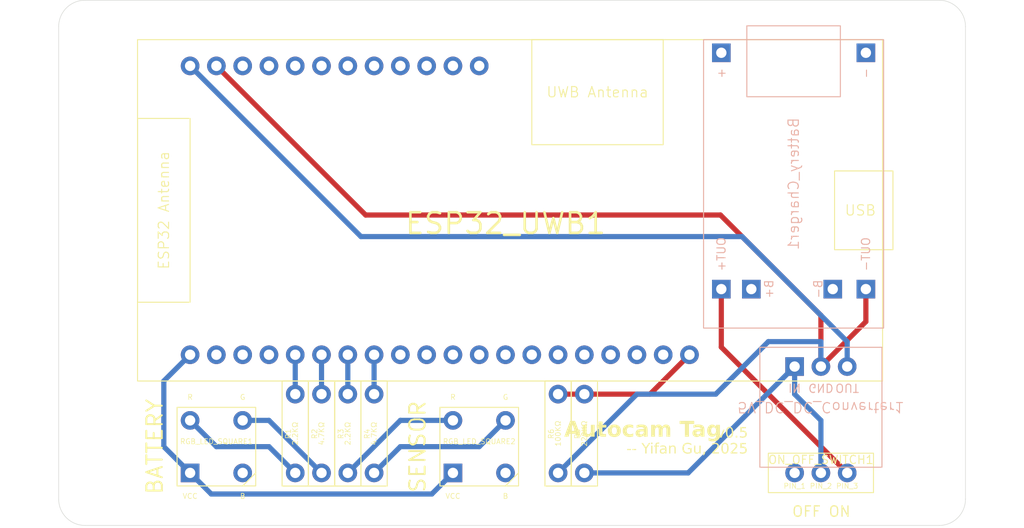
<source format=kicad_pcb>
(kicad_pcb (version 20241229) (generator "pcbnew") (generator_version "9.0")
  (title_block (title "Autocam Tag") (date "2025-03-27") (rev "v0.5"))
  (layers (0 "F.Cu" signal) (2 "B.Cu" signal) (13 "F.Paste" user) (15 "B.Paste" user) (5 "F.SilkS" user "F.Silkscreen") (7 "B.SilkS" user "B.Silkscreen") (1 "F.Mask" user) (3 "B.Mask" user) (25 "Edge.Cuts" user))
  (net 0 "")
  (net 4 "Net-(ESP32_UWB1-3V3)")
  (net 11 "Net-(ESP32_UWB1-IO12)")
  (net 12 "Net-(ESP32_UWB1-IO14)")
  (net 14 "Net-(ESP32_UWB1-IO13)")
  (net 32 "Net-(Battery_Charger1-OUT+)")
  (net 33 "Net-(5V_DC_DC_Converter1-GND)")
  (net 34 "Net-(5V_DC_DC_Converter1-OUT)")
  (net 35 "Net-(5V_DC_DC_Converter1-IN)")
  (net 36 "Net-(ESP32_UWB1-IO2)")
  (net 38 "Net-(ESP32_UWB1-IO39)")
  (net 40 "Net-(RGB_LED_SQUARE1-R)")
  (net 41 "Net-(RGB_LED_SQUARE1-G)")
  (net 42 "Net-(RGB_LED_SQUARE2-R)")
  (net 43 "Net-(RGB_LED_SQUARE2-G)")
  (footprint "Autocam:Makersfab ESP32 UWB" (layer "F.Cu") (at 110.49 81.28)
    (property "Reference" "ESP32_UWB1" (at 35.56 17.78 0) (layer "F.SilkS") (effects (font (size 2 2) (thickness 0.25))))
    (property "Value" "~" (hide yes))
    (fp_rect (start 0 0) (end 72 33.02) (stroke (width 0.1)) (fill no) (layer "F.SilkS"))
    (fp_rect (start 0 7.62) (end 5.08 25.4) (stroke (width 0.1)) (fill no) (layer "F.SilkS"))
    (fp_rect (start 38.1 0) (end 50.8 10.16) (stroke (width 0.1)) (fill no) (layer "F.SilkS"))
    (fp_rect (start 67.36 12.7) (end 73 20.32) (stroke (width 0.1)) (fill no) (layer "F.SilkS"))
    (fp_text user "ESP32 Antenna" (at 2.54 16.51 90) (layer "F.SilkS") (effects (font (thickness 0.1))))
    (fp_text user "UWB Antenna" (at 44.45 5.08 0) (layer "F.SilkS") (effects (font (thickness 0.1))))
    (fp_text user "USB" (at 69.85 16.51 0) (layer "F.SilkS") (effects (font (thickness 0.1))))
    (pad "1" thru_hole circle (at 5.08 30.48) (size 1.8 1.8) (drill 1) (layers "*.Cu" "*.Mask") (net 4 "Net-(ESP32_UWB1-3V3)"))
    (pad "2" thru_hole circle (at 7.62 30.48) (size 1.8 1.8) (drill 1) (layers "*.Cu" "*.Mask"))
    (pad "3" thru_hole circle (at 10.16 30.48) (size 1.8 1.8) (drill 1) (layers "*.Cu" "*.Mask"))
    (pad "4" thru_hole circle (at 12.7 30.48) (size 1.8 1.8) (drill 1) (layers "*.Cu" "*.Mask"))
    (pad "5" thru_hole circle (at 15.24 30.48) (size 1.8 1.8) (drill 1) (layers "*.Cu" "*.Mask") (net 36 "Net-(ESP32_UWB1-IO2)"))
    (pad "6" thru_hole circle (at 17.78 30.48) (size 1.8 1.8) (drill 1) (layers "*.Cu" "*.Mask") (net 11 "Net-(ESP32_UWB1-IO12)"))
    (pad "7" thru_hole circle (at 20.32 30.48) (size 1.8 1.8) (drill 1) (layers "*.Cu" "*.Mask") (net 14 "Net-(ESP32_UWB1-IO13)"))
    (pad "8" thru_hole circle (at 22.86 30.48) (size 1.8 1.8) (drill 1) (layers "*.Cu" "*.Mask") (net 12 "Net-(ESP32_UWB1-IO14)"))
    (pad "9" thru_hole circle (at 25.4 30.48) (size 1.8 1.8) (drill 1) (layers "*.Cu" "*.Mask"))
    (pad "10" thru_hole circle (at 27.94 30.48) (size 1.8 1.8) (drill 1) (layers "*.Cu" "*.Mask"))
    (pad "11" thru_hole circle (at 30.48 30.48) (size 1.8 1.8) (drill 1) (layers "*.Cu" "*.Mask"))
    (pad "12" thru_hole circle (at 33.02 30.48) (size 1.8 1.8) (drill 1) (layers "*.Cu" "*.Mask"))
    (pad "13" thru_hole circle (at 35.56 30.48) (size 1.8 1.8) (drill 1) (layers "*.Cu" "*.Mask"))
    (pad "14" thru_hole circle (at 38.1 30.48) (size 1.8 1.8) (drill 1) (layers "*.Cu" "*.Mask"))
    (pad "15" thru_hole circle (at 40.64 30.48) (size 1.8 1.8) (drill 1) (layers "*.Cu" "*.Mask"))
    (pad "16" thru_hole circle (at 43.18 30.48) (size 1.8 1.8) (drill 1) (layers "*.Cu" "*.Mask"))
    (pad "17" thru_hole circle (at 45.72 30.48) (size 1.8 1.8) (drill 1) (layers "*.Cu" "*.Mask"))
    (pad "18" thru_hole circle (at 48.26 30.48) (size 1.8 1.8) (drill 1) (layers "*.Cu" "*.Mask"))
    (pad "19" thru_hole circle (at 50.8 30.48) (size 1.8 1.8) (drill 1) (layers "*.Cu" "*.Mask"))
    (pad "20" thru_hole circle (at 53.34 30.48) (size 1.8 1.8) (drill 1) (layers "*.Cu" "*.Mask") (net 38 "Net-(ESP32_UWB1-IO39)"))
    (pad "21" thru_hole circle (at 5.08 2.54) (size 1.8 1.8) (drill 1) (layers "*.Cu" "*.Mask") (net 34 "Net-(5V_DC_DC_Converter1-OUT)"))
    (pad "22" thru_hole circle (at 7.62 2.54) (size 1.8 1.8) (drill 1) (layers "*.Cu" "*.Mask") (net 33 "Net-(5V_DC_DC_Converter1-GND)"))
    (pad "23" thru_hole circle (at 10.16 2.54) (size 1.8 1.8) (drill 1) (layers "*.Cu" "*.Mask"))
    (pad "24" thru_hole circle (at 12.7 2.54) (size 1.8 1.8) (drill 1) (layers "*.Cu" "*.Mask"))
    (pad "25" thru_hole circle (at 15.24 2.54) (size 1.8 1.8) (drill 1) (layers "*.Cu" "*.Mask"))
    (pad "26" thru_hole circle (at 17.78 2.54) (size 1.8 1.8) (drill 1) (layers "*.Cu" "*.Mask"))
    (pad "27" thru_hole circle (at 20.32 2.54) (size 1.8 1.8) (drill 1) (layers "*.Cu" "*.Mask"))
    (pad "28" thru_hole circle (at 22.86 2.54) (size 1.8 1.8) (drill 1) (layers "*.Cu" "*.Mask"))
    (pad "29" thru_hole circle (at 25.4 2.54) (size 1.8 1.8) (drill 1) (layers "*.Cu" "*.Mask"))
    (pad "30" thru_hole circle (at 27.94 2.54) (size 1.8 1.8) (drill 1) (layers "*.Cu" "*.Mask"))
    (pad "31" thru_hole circle (at 30.48 2.54) (size 1.8 1.8) (drill 1) (layers "*.Cu" "*.Mask"))
    (pad "32" thru_hole circle (at 33.02 2.54) (size 1.8 1.8) (drill 1) (layers "*.Cu" "*.Mask"))
  )
  (footprint "Autocam:Simple Resistor" (layer "F.Cu") (at 125.73 123.19 90)
    (property "Reference" "R1" (at 3.774036 -0.672769 90) (layer "F.SilkS") (effects (font (size 0.5 0.5) (thickness 0.0625))))
    (property "Value" "2.2KΩ" (at 3.81 0 90) (layer "F.SilkS") (effects (font (size 0.5 0.5) (thickness 0.0625))))
    (fp_rect (start -1.27 -1.27) (end 8.89 1.27) (stroke (width 0.1)) (fill no) (layer "F.SilkS"))
    (pad "1" thru_hole circle (at 0 0 90) (size 1.8 1.8) (drill 1) (layers "*.Cu" "*.Mask") (net 40 "Net-(RGB_LED_SQUARE1-R)"))
    (pad "2" thru_hole circle (at 7.62 0 90) (size 1.8 1.8) (drill 1) (layers "*.Cu" "*.Mask") (net 36 "Net-(ESP32_UWB1-IO2)"))
  )
  (footprint "MountingHole:MountingHole_2.2mm_M2" (layer "F.Cu") (at 186.69 124.46)
    (property "Reference" "REF**" (hide yes))
    (property "Value" "MountingHole_2.2mm_M2")
    (pad "" np_thru_hole circle (at 0 0) (size 2.2 2.2) (drill 2.2) (layers "*.Cu" "*.Mask"))
  )
  (footprint "Autocam:Simple Resistor" (layer "F.Cu") (at 128.27 123.19 90)
    (property "Reference" "R2" (at 3.774036 -0.672769 90) (layer "F.SilkS") (effects (font (size 0.5 0.5) (thickness 0.0625))))
    (property "Value" "4.7KΩ" (at 3.81 0 90) (layer "F.SilkS") (effects (font (size 0.5 0.5) (thickness 0.0625))))
    (fp_rect (start -1.27 -1.27) (end 8.89 1.27) (stroke (width 0.1)) (fill no) (layer "F.SilkS"))
    (pad "1" thru_hole circle (at 0 0 90) (size 1.8 1.8) (drill 1) (layers "*.Cu" "*.Mask") (net 41 "Net-(RGB_LED_SQUARE1-G)"))
    (pad "2" thru_hole circle (at 7.62 0 90) (size 1.8 1.8) (drill 1) (layers "*.Cu" "*.Mask") (net 11 "Net-(ESP32_UWB1-IO12)"))
  )
  (footprint "Autocam:Simple Resistor" (layer "F.Cu") (at 133.35 123.19 90)
    (property "Reference" "R4" (at 3.774036 -0.672769 90) (layer "F.SilkS") (effects (font (size 0.5 0.5) (thickness 0.0625))))
    (property "Value" "4.7KΩ" (at 3.81 0 90) (layer "F.SilkS") (effects (font (size 0.5 0.5) (thickness 0.0625))))
    (fp_rect (start -1.27 -1.27) (end 8.89 1.27) (stroke (width 0.1)) (fill no) (layer "F.SilkS"))
    (pad "1" thru_hole circle (at 0 0 90) (size 1.8 1.8) (drill 1) (layers "*.Cu" "*.Mask") (net 43 "Net-(RGB_LED_SQUARE2-G)"))
    (pad "2" thru_hole circle (at 7.62 0 90) (size 1.8 1.8) (drill 1) (layers "*.Cu" "*.Mask") (net 12 "Net-(ESP32_UWB1-IO14)"))
  )
  (footprint "Autocam:Simple Resistor" (layer "F.Cu") (at 130.81 123.19 90)
    (property "Reference" "R3" (at 3.774036 -0.672769 90) (layer "F.SilkS") (effects (font (size 0.5 0.5) (thickness 0.0625))))
    (property "Value" "2.2KΩ" (at 3.81 0 90) (layer "F.SilkS") (effects (font (size 0.5 0.5) (thickness 0.0625))))
    (fp_rect (start -1.27 -1.27) (end 8.89 1.27) (stroke (width 0.1)) (fill no) (layer "F.SilkS"))
    (pad "1" thru_hole circle (at 0 0 90) (size 1.8 1.8) (drill 1) (layers "*.Cu" "*.Mask") (net 42 "Net-(RGB_LED_SQUARE2-R)"))
    (pad "2" thru_hole circle (at 7.62 0 90) (size 1.8 1.8) (drill 1) (layers "*.Cu" "*.Mask") (net 14 "Net-(ESP32_UWB1-IO13)"))
  )
  (footprint "Autocam:Simple Resistor" (layer "F.Cu") (at 151.13 123.19 90)
    (property "Reference" "R6" (at 3.774036 -0.672769 90) (layer "F.SilkS") (effects (font (size 0.5 0.5) (thickness 0.0625))))
    (property "Value" "100KΩ" (at 3.81 0 90) (layer "F.SilkS") (effects (font (size 0.5 0.5) (thickness 0.0625))))
    (fp_rect (start -1.27 -1.27) (end 8.89 1.27) (stroke (width 0.1)) (fill no) (layer "F.SilkS"))
    (pad "1" thru_hole circle (at 0 0 90) (size 1.8 1.8) (drill 1) (layers "*.Cu" "*.Mask") (net 33 "Net-(5V_DC_DC_Converter1-GND)"))
    (pad "2" thru_hole circle (at 7.62 0 90) (size 1.8 1.8) (drill 1) (layers "*.Cu" "*.Mask") (net 38 "Net-(ESP32_UWB1-IO39)"))
  )
  (footprint "Autocam:3-PIN Switch" (layer "F.Cu") (at 173.99 123.19)
    (property "Reference" "ON_OFF_SWITCH1" (at 2.54 -1.27 0) (layer "F.SilkS") (effects (font (size 0.8 0.8) (thickness 0.1))))
    (property "Value" "OFF ON" (at 2.58275 4.31816 0) (layer "F.SilkS") (effects (font (thickness 0.125)) (justify bottom)))
    (fp_rect (start -2.54 -1.905) (end 7.62 1.905) (stroke (width 0.1)) (fill no) (layer "F.SilkS"))
    (fp_text user "PIN_3" (at 5.08 1.27 0) (layer "F.SilkS") (effects (font (size 0.5 0.5) (thickness 0.0625))))
    (fp_text user "PIN_2" (at 2.54 1.27 0) (layer "F.SilkS") (effects (font (size 0.5 0.5) (thickness 0.0625))))
    (fp_text user "PIN_1" (at 0 1.27 0) (layer "F.SilkS") (effects (font (size 0.5 0.5) (thickness 0.0625))))
    (pad "1" thru_hole circle (at 0 0) (size 1.8 1.8) (drill 1) (layers "*.Cu" "*.Mask"))
    (pad "2" thru_hole circle (at 2.54 0) (size 1.8 1.8) (drill 1) (layers "*.Cu" "*.Mask") (net 35 "Net-(5V_DC_DC_Converter1-IN)"))
    (pad "3" thru_hole circle (at 5.08 0) (size 1.8 1.8) (drill 1) (layers "*.Cu" "*.Mask") (net 32 "Net-(Battery_Charger1-OUT+)"))
  )
  (footprint "MountingHole:MountingHole_2.2mm_M2" (layer "F.Cu") (at 186.69 81.28)
    (property "Reference" "REF**" (hide yes))
    (property "Value" "MountingHole_2.2mm_M2")
    (pad "" np_thru_hole circle (at 0 0) (size 2.2 2.2) (drill 2.2) (layers "*.Cu" "*.Mask"))
  )
  (footprint "Autocam:Anode RGB LED (Square)" (layer "F.Cu") (at 118.11 120.65)
    (property "Reference" "RGB_LED_SQUARE1" (at 0 -0.5 0) (layer "F.SilkS") (effects (font (size 0.5 0.5) (thickness 0.0625))))
    (property "Value" "BATTERY" (at -5.08 0 90) (layer "F.SilkS") (effects (font (size 1.5 1.5) (thickness 0.1875)) (justify bottom)))
    (fp_line (start 2.54 3.8) (end 3.8 2.54) (stroke (width 0.1)) (layer "F.SilkS"))
    (fp_rect (start -3.8 -3.8) (end 3.8 3.8) (stroke (width 0.1)) (fill no) (layer "F.SilkS"))
    (fp_text user "G" (at 2.54 -5.08 0) (layer "F.SilkS") (effects (font (size 0.5 0.5) (thickness 0.0625)) (justify top)))
    (fp_text user "R" (at -2.54 -5.08 0) (layer "F.SilkS") (effects (font (size 0.5 0.5) (thickness 0.0625)) (justify top)))
    (fp_text user "B" (at 2.54 5.08 0) (layer "F.SilkS") (effects (font (size 0.5 0.5) (thickness 0.0625)) (justify bottom)))
    (fp_text user "VCC" (at -2.54 5.08 0) (layer "F.SilkS") (effects (font (size 0.5 0.5) (thickness 0.0625)) (justify bottom)))
    (pad "1" thru_hole rect (at -2.54 2.54) (size 1.8 1.8) (drill 1) (layers "*.Cu" "*.Mask") (net 4 "Net-(ESP32_UWB1-3V3)"))
    (pad "2" thru_hole circle (at -2.54 -2.54) (size 1.8 1.8) (drill 1) (layers "*.Cu" "*.Mask") (net 40 "Net-(RGB_LED_SQUARE1-R)"))
    (pad "3" thru_hole circle (at 2.54 -2.54) (size 1.8 1.8) (drill 1) (layers "*.Cu" "*.Mask") (net 41 "Net-(RGB_LED_SQUARE1-G)"))
    (pad "4" thru_hole circle (at 2.54 2.54) (size 1.8 1.8) (drill 1) (layers "*.Cu" "*.Mask"))
  )
  (footprint "Autocam:Simple Resistor" (layer "F.Cu") (at 153.67 123.19 90)
    (property "Reference" "R5" (at 3.774036 -0.672769 90) (layer "F.SilkS") (effects (font (size 0.5 0.5) (thickness 0.0625))))
    (property "Value" "220KΩ" (at 3.81 0 90) (layer "F.SilkS") (effects (font (size 0.5 0.5) (thickness 0.0625))))
    (fp_rect (start -1.27 -1.27) (end 8.89 1.27) (stroke (width 0.1)) (fill no) (layer "F.SilkS"))
    (pad "1" thru_hole circle (at 0 0 90) (size 1.8 1.8) (drill 1) (layers "*.Cu" "*.Mask") (net 35 "Net-(5V_DC_DC_Converter1-IN)"))
    (pad "2" thru_hole circle (at 7.62 0 90) (size 1.8 1.8) (drill 1) (layers "*.Cu" "*.Mask") (net 38 "Net-(ESP32_UWB1-IO39)"))
  )
  (footprint "MountingHole:MountingHole_2.2mm_M2" (layer "F.Cu") (at 106.68 81.28)
    (property "Reference" "REF**" (hide yes))
    (property "Value" "MountingHole_2.2mm_M2")
    (pad "" np_thru_hole circle (at 0 0) (size 2.2 2.2) (drill 2.2) (layers "*.Cu" "*.Mask"))
  )
  (footprint "MountingHole:MountingHole_2.2mm_M2" (layer "F.Cu") (at 106.68 124.46)
    (property "Reference" "REF**" (hide yes))
    (property "Value" "MountingHole_2.2mm_M2")
    (pad "" np_thru_hole circle (at 0 0) (size 2.2 2.2) (drill 2.2) (layers "*.Cu" "*.Mask"))
  )
  (footprint "Autocam:Anode RGB LED (Square)" (layer "F.Cu") (at 143.51 120.65)
    (property "Reference" "RGB_LED_SQUARE2" (at 0 -0.5 0) (layer "F.SilkS") (effects (font (size 0.5 0.5) (thickness 0.0625))))
    (property "Value" "SENSOR" (at -5.08 0 90) (layer "F.SilkS") (effects (font (size 1.5 1.5) (thickness 0.1875)) (justify bottom)))
    (fp_line (start 2.54 3.8) (end 3.8 2.54) (stroke (width 0.1)) (layer "F.SilkS"))
    (fp_rect (start -3.8 -3.8) (end 3.8 3.8) (stroke (width 0.1)) (fill no) (layer "F.SilkS"))
    (fp_text user "B" (at 2.54 5.08 0) (layer "F.SilkS") (effects (font (size 0.5 0.5) (thickness 0.0625)) (justify bottom)))
    (fp_text user "R" (at -2.54 -5.08 0) (layer "F.SilkS") (effects (font (size 0.5 0.5) (thickness 0.0625)) (justify top)))
    (fp_text user "G" (at 2.54 -5.08 0) (layer "F.SilkS") (effects (font (size 0.5 0.5) (thickness 0.0625)) (justify top)))
    (fp_text user "VCC" (at -2.54 5.08 0) (layer "F.SilkS") (effects (font (size 0.5 0.5) (thickness 0.0625)) (justify bottom)))
    (pad "1" thru_hole rect (at -2.54 2.54) (size 1.8 1.8) (drill 1) (layers "*.Cu" "*.Mask") (net 4 "Net-(ESP32_UWB1-3V3)"))
    (pad "2" thru_hole circle (at -2.54 -2.54) (size 1.8 1.8) (drill 1) (layers "*.Cu" "*.Mask") (net 42 "Net-(RGB_LED_SQUARE2-R)"))
    (pad "3" thru_hole circle (at 2.54 -2.54) (size 1.8 1.8) (drill 1) (layers "*.Cu" "*.Mask") (net 43 "Net-(RGB_LED_SQUARE2-G)"))
    (pad "4" thru_hole circle (at 2.54 2.54) (size 1.8 1.8) (drill 1) (layers "*.Cu" "*.Mask"))
  )
  (footprint "Autocam:5V DC-DC Step Up Converter (Square)" (layer "B.Cu") (at 176.53 116.84)
    (property "Reference" "5V_DC_DC_Converter1" (at 0 0 180) (layer "B.SilkS") (effects (font (thickness 0.1)) (justify mirror)))
    (property "Value" "~")
    (fp_rect (start -5.9 5.8) (end 5.9 -5.8) (stroke (width 0.1)) (fill no) (layer "B.SilkS"))
    (fp_text user "OUT" (at 2.54 -1.4 180) (layer "B.SilkS") (effects (font (size 0.8 0.8) (thickness 0.1)) (justify top mirror)))
    (fp_text user "GND" (at 0 -1.4 180) (layer "B.SilkS") (effects (font (size 0.8 0.8) (thickness 0.1)) (justify top mirror)))
    (fp_text user "IN" (at -2.54 -1.4 180) (layer "B.SilkS") (effects (font (size 0.8 0.8) (thickness 0.1)) (justify top mirror)))
    (pad "1" thru_hole rect (at -2.54 -3.94) (size 1.8 1.8) (drill 1) (layers "*.Cu" "*.Mask") (net 35 "Net-(5V_DC_DC_Converter1-IN)"))
    (pad "2" thru_hole circle (at 0 -3.94) (size 1.8 1.8) (drill 1) (layers "*.Cu" "*.Mask") (net 33 "Net-(5V_DC_DC_Converter1-GND)"))
    (pad "3" thru_hole circle (at 2.54 -3.94) (size 1.8 1.8) (drill 1) (layers "*.Cu" "*.Mask") (net 34 "Net-(5V_DC_DC_Converter1-OUT)"))
  )
  (footprint "Autocam:USB-C 3.7V Lithium Battery Charger" (layer "B.Cu") (at 182.59 81.28 -90)
    (property "Reference" "Battery_Charger1" (at 13.95 8.7 90) (layer "B.SilkS") (effects (font (thickness 0.1)) (justify mirror)))
    (property "Value" "~")
    (fp_rect (start 0 17.4) (end 27.9 0) (stroke (width 0.1)) (fill no) (layer "B.SilkS"))
    (fp_rect (start -1.34 13.22) (end 5.52 4.18) (stroke (width 0.1)) (fill no) (layer "B.SilkS"))
    (fp_text user "B+" (at 24.13 10.605 90) (layer "B.SilkS") (effects (font (size 0.8 0.8) (thickness 0.1)) (justify bottom mirror)))
    (fp_text user "B-" (at 24.13 6.795 90) (layer "B.SilkS") (effects (font (size 0.8 0.8) (thickness 0.1)) (justify top mirror)))
    (fp_text user "+" (at 3.81 15.685 90) (layer "B.SilkS") (effects (font (size 0.8 0.8) (thickness 0.1)) (justify right mirror)))
    (fp_text user "OUT+" (at 19.05 15.685 90) (layer "B.SilkS") (effects (font (size 0.8 0.8) (thickness 0.1)) (justify left mirror)))
    (fp_text user "-" (at 3.81 1.715 90) (layer "B.SilkS") (effects (font (size 0.8 0.8) (thickness 0.1)) (justify right mirror)))
    (fp_text user "OUT-" (at 19.05 1.715 90) (layer "B.SilkS") (effects (font (size 0.8 0.8) (thickness 0.1)) (justify left mirror)))
    (pad "1" thru_hole rect (at 1.27 15.685 270) (size 1.8 1.8) (drill 1) (layers "*.Cu" "*.Mask"))
    (pad "2" thru_hole rect (at 1.27 1.715 270) (size 1.8 1.8) (drill 1) (layers "*.Cu" "*.Mask"))
    (pad "3" thru_hole rect (at 24.13 15.685 270) (size 1.8 1.8) (drill 1) (layers "*.Cu" "*.Mask") (net 32 "Net-(Battery_Charger1-OUT+)"))
    (pad "4" thru_hole rect (at 24.13 12.785 270) (size 1.8 1.8) (drill 1) (layers "*.Cu" "*.Mask"))
    (pad "5" thru_hole rect (at 24.13 4.915 270) (size 1.8 1.8) (drill 1) (layers "*.Cu" "*.Mask"))
    (pad "6" thru_hole rect (at 24.13 1.715 270) (size 1.8 1.8) (drill 1) (layers "*.Cu" "*.Mask") (net 33 "Net-(5V_DC_DC_Converter1-GND)"))
  )
  (gr_arc (start 102.87 80.01) (mid 103.613949 78.213949) (end 105.41 77.47) (stroke (width 0.05)) (layer "Edge.Cuts"))
  (gr_line (start 190.5 80.01) (end 190.5 125.73) (stroke (width 0.05)) (layer "Edge.Cuts"))
  (gr_line (start 187.96 128.27) (end 105.41 128.27) (stroke (width 0.05)) (layer "Edge.Cuts"))
  (gr_arc (start 190.5 125.73) (mid 189.756051 127.526051) (end 187.96 128.27) (stroke (width 0.05)) (layer "Edge.Cuts"))
  (gr_line (start 105.41 77.47) (end 187.96 77.47) (stroke (width 0.05)) (layer "Edge.Cuts"))
  (gr_arc (start 105.41 128.27) (mid 103.613949 127.526051) (end 102.87 125.73) (stroke (width 0.05)) (layer "Edge.Cuts"))
  (gr_arc (start 187.96 77.47) (mid 189.756051 78.213949) (end 190.5 80.01) (stroke (width 0.05)) (layer "Edge.Cuts"))
  (gr_line (start 102.87 125.73) (end 102.87 80.01) (stroke (width 0.05)) (layer "Edge.Cuts"))
  (gr_text "v0.5" (at 169.485555 119.942652 0) (layer "F.SilkS") (effects (font (size 1 1) (thickness 0.1) (italic yes)) (justify right bottom)))
  (gr_text "Autocam Tag" (at 166.945555 119.942652 0) (layer "F.SilkS") (effects (font (size 1.5 1.5) (thickness 0.325) (bold yes) (italic yes)) (justify right bottom)))
  (gr_text "-- Yifan Gu, 2025" (at 169.485555 121.483413 0) (layer "F.SilkS") (effects (font (size 1 1) (thickness 0.1)) (justify right bottom)))
  (segment (start 117.61 125.23) (end 138.93 125.23) (width 0.5) (layer "B.Cu") (net 4))
  (segment (start 115.57 123.19) (end 117.61 125.23) (width 0.5) (layer "B.Cu") (net 4))
  (segment (start 113.03 120.65) (end 115.57 123.19) (width 0.5) (layer "B.Cu") (net 4))
  (segment (start 115.57 111.76) (end 113.03 114.3) (width 0.5) (layer "B.Cu") (net 4))
  (segment (start 113.03 114.3) (end 113.03 120.65) (width 0.5) (layer "B.Cu") (net 4))
  (segment (start 138.93 125.23) (end 140.97 123.19) (width 0.5) (layer "B.Cu") (net 4))
  (segment (start 128.27 111.76) (end 128.27 115.57) (width 0.5) (layer "B.Cu") (net 11))
  (segment (start 133.35 111.76) (end 133.35 115.57) (width 0.5) (layer "B.Cu") (net 12))
  (segment (start 130.81 115.57) (end 130.81 111.76) (width 0.5) (layer "B.Cu") (net 14))
  (segment (start 179.07 123.19) (end 166.905 111.025) (width 0.5) (layer "F.Cu") (net 32))
  (segment (start 166.905 111.025) (end 166.905 105.41) (width 0.5) (layer "F.Cu") (net 32))
  (segment (start 176.53 107.95) (end 166.823738 98.243738) (width 0.5) (layer "F.Cu") (net 33))
  (segment (start 176.53 112.9) (end 176.53 107.95) (width 0.5) (layer "F.Cu") (net 33))
  (segment (start 180.875 105.41) (end 180.875 108.555) (width 0.5) (layer "F.Cu") (net 33))
  (segment (start 132.533738 98.243738) (end 118.11 83.82) (width 0.5) (layer "F.Cu") (net 33))
  (segment (start 166.823738 98.243738) (end 132.533738 98.243738) (width 0.5) (layer "F.Cu") (net 33))
  (segment (start 180.875 108.555) (end 176.53 112.9) (width 0.5) (layer "F.Cu") (net 33))
  (segment (start 158.75 115.57) (end 151.13 123.19) (width 0.5) (layer "B.Cu") (net 33))
  (segment (start 176.53 110.49) (end 171.45 110.49) (width 0.5) (layer "B.Cu") (net 33))
  (segment (start 171.45 110.49) (end 166.37 115.57) (width 0.5) (layer "B.Cu") (net 33))
  (segment (start 176.53 112.9) (end 176.53 110.49) (width 0.5) (layer "B.Cu") (net 33))
  (segment (start 166.37 115.57) (end 158.75 115.57) (width 0.5) (layer "B.Cu") (net 33))
  (segment (start 132.08 100.33) (end 115.57 83.82) (width 0.5) (layer "B.Cu") (net 34))
  (segment (start 179.07 110.49) (end 168.91 100.33) (width 0.5) (layer "B.Cu") (net 34))
  (segment (start 179.07 112.9) (end 179.07 110.49) (width 0.5) (layer "B.Cu") (net 34))
  (segment (start 168.91 100.33) (end 132.08 100.33) (width 0.5) (layer "B.Cu") (net 34))
  (segment (start 163.7 123.19) (end 153.67 123.19) (width 0.5) (layer "B.Cu") (net 35))
  (segment (start 173.99 112.9) (end 173.99 115.57) (width 0.5) (layer "B.Cu") (net 35))
  (segment (start 163.7 123.19) (end 173.99 112.9) (width 0.5) (layer "B.Cu") (net 35))
  (segment (start 173.99 115.57) (end 176.53 118.11) (width 0.5) (layer "B.Cu") (net 35))
  (segment (start 176.53 118.11) (end 176.53 123.19) (width 0.5) (layer "B.Cu") (net 35))
  (segment (start 125.73 115.57) (end 125.73 111.76) (width 0.5) (layer "B.Cu") (net 36))
  (segment (start 153.67 115.57) (end 160.02 115.57) (width 0.5) (layer "F.Cu") (net 38))
  (segment (start 160.02 115.57) (end 163.83 111.76) (width 0.5) (layer "F.Cu") (net 38))
  (segment (start 153.67 115.57) (end 151.13 115.57) (width 0.5) (layer "F.Cu") (net 38))
  (segment (start 125.73 123.19) (end 123.19 120.65) (width 0.5) (layer "B.Cu") (net 40))
  (segment (start 123.19 120.65) (end 118.11 120.65) (width 0.5) (layer "B.Cu") (net 40))
  (segment (start 118.11 120.65) (end 115.57 118.11) (width 0.5) (layer "B.Cu") (net 40))
  (segment (start 123.19 118.11) (end 120.65 118.11) (width 0.5) (layer "B.Cu") (net 41))
  (segment (start 128.27 123.19) (end 123.19 118.11) (width 0.5) (layer "B.Cu") (net 41))
  (segment (start 135.89 118.11) (end 140.97 118.11) (width 0.5) (layer "B.Cu") (net 42))
  (segment (start 130.81 123.19) (end 135.89 118.11) (width 0.5) (layer "B.Cu") (net 42))
  (segment (start 133.35 123.19) (end 135.89 120.65) (width 0.5) (layer "B.Cu") (net 43))
  (segment (start 135.89 120.65) (end 143.51 120.65) (width 0.5) (layer "B.Cu") (net 43))
  (segment (start 143.51 120.65) (end 146.05 118.11) (width 0.5) (layer "B.Cu") (net 43))
)
</source>
